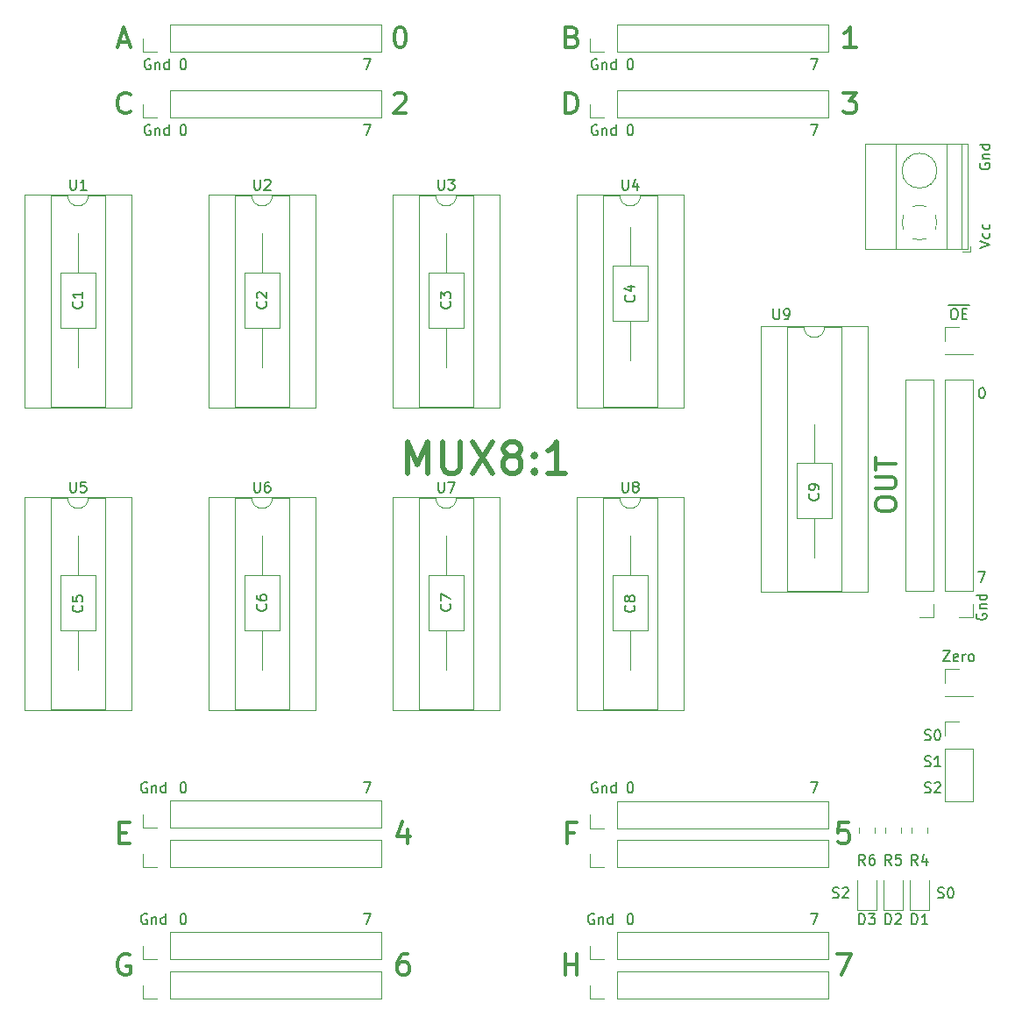
<source format=gbr>
%TF.GenerationSoftware,KiCad,Pcbnew,(5.1.8)-1*%
%TF.CreationDate,2023-02-18T01:15:33+03:00*%
%TF.ProjectId,MUX8x1-v5,4d555838-7831-42d7-9635-2e6b69636164,rev?*%
%TF.SameCoordinates,Original*%
%TF.FileFunction,Legend,Top*%
%TF.FilePolarity,Positive*%
%FSLAX46Y46*%
G04 Gerber Fmt 4.6, Leading zero omitted, Abs format (unit mm)*
G04 Created by KiCad (PCBNEW (5.1.8)-1) date 2023-02-18 01:15:33*
%MOMM*%
%LPD*%
G01*
G04 APERTURE LIST*
%ADD10C,0.500000*%
%ADD11C,0.300000*%
%ADD12C,0.150000*%
%ADD13C,0.120000*%
G04 APERTURE END LIST*
D10*
X97838571Y-83907142D02*
X97838571Y-80907142D01*
X98838571Y-83050000D01*
X99838571Y-80907142D01*
X99838571Y-83907142D01*
X101267142Y-80907142D02*
X101267142Y-83335714D01*
X101410000Y-83621428D01*
X101552857Y-83764285D01*
X101838571Y-83907142D01*
X102410000Y-83907142D01*
X102695714Y-83764285D01*
X102838571Y-83621428D01*
X102981428Y-83335714D01*
X102981428Y-80907142D01*
X104124285Y-80907142D02*
X106124285Y-83907142D01*
X106124285Y-80907142D02*
X104124285Y-83907142D01*
X107695714Y-82192857D02*
X107410000Y-82050000D01*
X107267142Y-81907142D01*
X107124285Y-81621428D01*
X107124285Y-81478571D01*
X107267142Y-81192857D01*
X107410000Y-81050000D01*
X107695714Y-80907142D01*
X108267142Y-80907142D01*
X108552857Y-81050000D01*
X108695714Y-81192857D01*
X108838571Y-81478571D01*
X108838571Y-81621428D01*
X108695714Y-81907142D01*
X108552857Y-82050000D01*
X108267142Y-82192857D01*
X107695714Y-82192857D01*
X107410000Y-82335714D01*
X107267142Y-82478571D01*
X107124285Y-82764285D01*
X107124285Y-83335714D01*
X107267142Y-83621428D01*
X107410000Y-83764285D01*
X107695714Y-83907142D01*
X108267142Y-83907142D01*
X108552857Y-83764285D01*
X108695714Y-83621428D01*
X108838571Y-83335714D01*
X108838571Y-82764285D01*
X108695714Y-82478571D01*
X108552857Y-82335714D01*
X108267142Y-82192857D01*
X110124285Y-83621428D02*
X110267142Y-83764285D01*
X110124285Y-83907142D01*
X109981428Y-83764285D01*
X110124285Y-83621428D01*
X110124285Y-83907142D01*
X110124285Y-82050000D02*
X110267142Y-82192857D01*
X110124285Y-82335714D01*
X109981428Y-82192857D01*
X110124285Y-82050000D01*
X110124285Y-82335714D01*
X113124285Y-83907142D02*
X111410000Y-83907142D01*
X112267142Y-83907142D02*
X112267142Y-80907142D01*
X111981428Y-81335714D01*
X111695714Y-81621428D01*
X111410000Y-81764285D01*
D11*
X143049761Y-87090000D02*
X143049761Y-86709047D01*
X143145000Y-86518571D01*
X143335476Y-86328095D01*
X143716428Y-86232857D01*
X144383095Y-86232857D01*
X144764047Y-86328095D01*
X144954523Y-86518571D01*
X145049761Y-86709047D01*
X145049761Y-87090000D01*
X144954523Y-87280476D01*
X144764047Y-87470952D01*
X144383095Y-87566190D01*
X143716428Y-87566190D01*
X143335476Y-87470952D01*
X143145000Y-87280476D01*
X143049761Y-87090000D01*
X143049761Y-85375714D02*
X144668809Y-85375714D01*
X144859285Y-85280476D01*
X144954523Y-85185238D01*
X145049761Y-84994761D01*
X145049761Y-84613809D01*
X144954523Y-84423333D01*
X144859285Y-84328095D01*
X144668809Y-84232857D01*
X143049761Y-84232857D01*
X143049761Y-83566190D02*
X143049761Y-82423333D01*
X145049761Y-82994761D02*
X143049761Y-82994761D01*
D12*
X116197142Y-50300000D02*
X116101904Y-50252380D01*
X115959047Y-50252380D01*
X115816190Y-50300000D01*
X115720952Y-50395238D01*
X115673333Y-50490476D01*
X115625714Y-50680952D01*
X115625714Y-50823809D01*
X115673333Y-51014285D01*
X115720952Y-51109523D01*
X115816190Y-51204761D01*
X115959047Y-51252380D01*
X116054285Y-51252380D01*
X116197142Y-51204761D01*
X116244761Y-51157142D01*
X116244761Y-50823809D01*
X116054285Y-50823809D01*
X116673333Y-50585714D02*
X116673333Y-51252380D01*
X116673333Y-50680952D02*
X116720952Y-50633333D01*
X116816190Y-50585714D01*
X116959047Y-50585714D01*
X117054285Y-50633333D01*
X117101904Y-50728571D01*
X117101904Y-51252380D01*
X118006666Y-51252380D02*
X118006666Y-50252380D01*
X118006666Y-51204761D02*
X117911428Y-51252380D01*
X117720952Y-51252380D01*
X117625714Y-51204761D01*
X117578095Y-51157142D01*
X117530476Y-51061904D01*
X117530476Y-50776190D01*
X117578095Y-50680952D01*
X117625714Y-50633333D01*
X117720952Y-50585714D01*
X117911428Y-50585714D01*
X118006666Y-50633333D01*
X116197142Y-43950000D02*
X116101904Y-43902380D01*
X115959047Y-43902380D01*
X115816190Y-43950000D01*
X115720952Y-44045238D01*
X115673333Y-44140476D01*
X115625714Y-44330952D01*
X115625714Y-44473809D01*
X115673333Y-44664285D01*
X115720952Y-44759523D01*
X115816190Y-44854761D01*
X115959047Y-44902380D01*
X116054285Y-44902380D01*
X116197142Y-44854761D01*
X116244761Y-44807142D01*
X116244761Y-44473809D01*
X116054285Y-44473809D01*
X116673333Y-44235714D02*
X116673333Y-44902380D01*
X116673333Y-44330952D02*
X116720952Y-44283333D01*
X116816190Y-44235714D01*
X116959047Y-44235714D01*
X117054285Y-44283333D01*
X117101904Y-44378571D01*
X117101904Y-44902380D01*
X118006666Y-44902380D02*
X118006666Y-43902380D01*
X118006666Y-44854761D02*
X117911428Y-44902380D01*
X117720952Y-44902380D01*
X117625714Y-44854761D01*
X117578095Y-44807142D01*
X117530476Y-44711904D01*
X117530476Y-44426190D01*
X117578095Y-44330952D01*
X117625714Y-44283333D01*
X117720952Y-44235714D01*
X117911428Y-44235714D01*
X118006666Y-44283333D01*
X73017142Y-50300000D02*
X72921904Y-50252380D01*
X72779047Y-50252380D01*
X72636190Y-50300000D01*
X72540952Y-50395238D01*
X72493333Y-50490476D01*
X72445714Y-50680952D01*
X72445714Y-50823809D01*
X72493333Y-51014285D01*
X72540952Y-51109523D01*
X72636190Y-51204761D01*
X72779047Y-51252380D01*
X72874285Y-51252380D01*
X73017142Y-51204761D01*
X73064761Y-51157142D01*
X73064761Y-50823809D01*
X72874285Y-50823809D01*
X73493333Y-50585714D02*
X73493333Y-51252380D01*
X73493333Y-50680952D02*
X73540952Y-50633333D01*
X73636190Y-50585714D01*
X73779047Y-50585714D01*
X73874285Y-50633333D01*
X73921904Y-50728571D01*
X73921904Y-51252380D01*
X74826666Y-51252380D02*
X74826666Y-50252380D01*
X74826666Y-51204761D02*
X74731428Y-51252380D01*
X74540952Y-51252380D01*
X74445714Y-51204761D01*
X74398095Y-51157142D01*
X74350476Y-51061904D01*
X74350476Y-50776190D01*
X74398095Y-50680952D01*
X74445714Y-50633333D01*
X74540952Y-50585714D01*
X74731428Y-50585714D01*
X74826666Y-50633333D01*
X73017142Y-43950000D02*
X72921904Y-43902380D01*
X72779047Y-43902380D01*
X72636190Y-43950000D01*
X72540952Y-44045238D01*
X72493333Y-44140476D01*
X72445714Y-44330952D01*
X72445714Y-44473809D01*
X72493333Y-44664285D01*
X72540952Y-44759523D01*
X72636190Y-44854761D01*
X72779047Y-44902380D01*
X72874285Y-44902380D01*
X73017142Y-44854761D01*
X73064761Y-44807142D01*
X73064761Y-44473809D01*
X72874285Y-44473809D01*
X73493333Y-44235714D02*
X73493333Y-44902380D01*
X73493333Y-44330952D02*
X73540952Y-44283333D01*
X73636190Y-44235714D01*
X73779047Y-44235714D01*
X73874285Y-44283333D01*
X73921904Y-44378571D01*
X73921904Y-44902380D01*
X74826666Y-44902380D02*
X74826666Y-43902380D01*
X74826666Y-44854761D02*
X74731428Y-44902380D01*
X74540952Y-44902380D01*
X74445714Y-44854761D01*
X74398095Y-44807142D01*
X74350476Y-44711904D01*
X74350476Y-44426190D01*
X74398095Y-44330952D01*
X74445714Y-44283333D01*
X74540952Y-44235714D01*
X74731428Y-44235714D01*
X74826666Y-44283333D01*
X72699642Y-113800000D02*
X72604404Y-113752380D01*
X72461547Y-113752380D01*
X72318690Y-113800000D01*
X72223452Y-113895238D01*
X72175833Y-113990476D01*
X72128214Y-114180952D01*
X72128214Y-114323809D01*
X72175833Y-114514285D01*
X72223452Y-114609523D01*
X72318690Y-114704761D01*
X72461547Y-114752380D01*
X72556785Y-114752380D01*
X72699642Y-114704761D01*
X72747261Y-114657142D01*
X72747261Y-114323809D01*
X72556785Y-114323809D01*
X73175833Y-114085714D02*
X73175833Y-114752380D01*
X73175833Y-114180952D02*
X73223452Y-114133333D01*
X73318690Y-114085714D01*
X73461547Y-114085714D01*
X73556785Y-114133333D01*
X73604404Y-114228571D01*
X73604404Y-114752380D01*
X74509166Y-114752380D02*
X74509166Y-113752380D01*
X74509166Y-114704761D02*
X74413928Y-114752380D01*
X74223452Y-114752380D01*
X74128214Y-114704761D01*
X74080595Y-114657142D01*
X74032976Y-114561904D01*
X74032976Y-114276190D01*
X74080595Y-114180952D01*
X74128214Y-114133333D01*
X74223452Y-114085714D01*
X74413928Y-114085714D01*
X74509166Y-114133333D01*
X72699642Y-126500000D02*
X72604404Y-126452380D01*
X72461547Y-126452380D01*
X72318690Y-126500000D01*
X72223452Y-126595238D01*
X72175833Y-126690476D01*
X72128214Y-126880952D01*
X72128214Y-127023809D01*
X72175833Y-127214285D01*
X72223452Y-127309523D01*
X72318690Y-127404761D01*
X72461547Y-127452380D01*
X72556785Y-127452380D01*
X72699642Y-127404761D01*
X72747261Y-127357142D01*
X72747261Y-127023809D01*
X72556785Y-127023809D01*
X73175833Y-126785714D02*
X73175833Y-127452380D01*
X73175833Y-126880952D02*
X73223452Y-126833333D01*
X73318690Y-126785714D01*
X73461547Y-126785714D01*
X73556785Y-126833333D01*
X73604404Y-126928571D01*
X73604404Y-127452380D01*
X74509166Y-127452380D02*
X74509166Y-126452380D01*
X74509166Y-127404761D02*
X74413928Y-127452380D01*
X74223452Y-127452380D01*
X74128214Y-127404761D01*
X74080595Y-127357142D01*
X74032976Y-127261904D01*
X74032976Y-126976190D01*
X74080595Y-126880952D01*
X74128214Y-126833333D01*
X74223452Y-126785714D01*
X74413928Y-126785714D01*
X74509166Y-126833333D01*
X115879642Y-126500000D02*
X115784404Y-126452380D01*
X115641547Y-126452380D01*
X115498690Y-126500000D01*
X115403452Y-126595238D01*
X115355833Y-126690476D01*
X115308214Y-126880952D01*
X115308214Y-127023809D01*
X115355833Y-127214285D01*
X115403452Y-127309523D01*
X115498690Y-127404761D01*
X115641547Y-127452380D01*
X115736785Y-127452380D01*
X115879642Y-127404761D01*
X115927261Y-127357142D01*
X115927261Y-127023809D01*
X115736785Y-127023809D01*
X116355833Y-126785714D02*
X116355833Y-127452380D01*
X116355833Y-126880952D02*
X116403452Y-126833333D01*
X116498690Y-126785714D01*
X116641547Y-126785714D01*
X116736785Y-126833333D01*
X116784404Y-126928571D01*
X116784404Y-127452380D01*
X117689166Y-127452380D02*
X117689166Y-126452380D01*
X117689166Y-127404761D02*
X117593928Y-127452380D01*
X117403452Y-127452380D01*
X117308214Y-127404761D01*
X117260595Y-127357142D01*
X117212976Y-127261904D01*
X117212976Y-126976190D01*
X117260595Y-126880952D01*
X117308214Y-126833333D01*
X117403452Y-126785714D01*
X117593928Y-126785714D01*
X117689166Y-126833333D01*
X116197142Y-113800000D02*
X116101904Y-113752380D01*
X115959047Y-113752380D01*
X115816190Y-113800000D01*
X115720952Y-113895238D01*
X115673333Y-113990476D01*
X115625714Y-114180952D01*
X115625714Y-114323809D01*
X115673333Y-114514285D01*
X115720952Y-114609523D01*
X115816190Y-114704761D01*
X115959047Y-114752380D01*
X116054285Y-114752380D01*
X116197142Y-114704761D01*
X116244761Y-114657142D01*
X116244761Y-114323809D01*
X116054285Y-114323809D01*
X116673333Y-114085714D02*
X116673333Y-114752380D01*
X116673333Y-114180952D02*
X116720952Y-114133333D01*
X116816190Y-114085714D01*
X116959047Y-114085714D01*
X117054285Y-114133333D01*
X117101904Y-114228571D01*
X117101904Y-114752380D01*
X118006666Y-114752380D02*
X118006666Y-113752380D01*
X118006666Y-114704761D02*
X117911428Y-114752380D01*
X117720952Y-114752380D01*
X117625714Y-114704761D01*
X117578095Y-114657142D01*
X117530476Y-114561904D01*
X117530476Y-114276190D01*
X117578095Y-114180952D01*
X117625714Y-114133333D01*
X117720952Y-114085714D01*
X117911428Y-114085714D01*
X118006666Y-114133333D01*
X152852500Y-97480357D02*
X152804880Y-97575595D01*
X152804880Y-97718452D01*
X152852500Y-97861309D01*
X152947738Y-97956547D01*
X153042976Y-98004166D01*
X153233452Y-98051785D01*
X153376309Y-98051785D01*
X153566785Y-98004166D01*
X153662023Y-97956547D01*
X153757261Y-97861309D01*
X153804880Y-97718452D01*
X153804880Y-97623214D01*
X153757261Y-97480357D01*
X153709642Y-97432738D01*
X153376309Y-97432738D01*
X153376309Y-97623214D01*
X153138214Y-97004166D02*
X153804880Y-97004166D01*
X153233452Y-97004166D02*
X153185833Y-96956547D01*
X153138214Y-96861309D01*
X153138214Y-96718452D01*
X153185833Y-96623214D01*
X153281071Y-96575595D01*
X153804880Y-96575595D01*
X153804880Y-95670833D02*
X152804880Y-95670833D01*
X153757261Y-95670833D02*
X153804880Y-95766071D01*
X153804880Y-95956547D01*
X153757261Y-96051785D01*
X153709642Y-96099404D01*
X153614404Y-96147023D01*
X153328690Y-96147023D01*
X153233452Y-96099404D01*
X153185833Y-96051785D01*
X153138214Y-95956547D01*
X153138214Y-95766071D01*
X153185833Y-95670833D01*
X153019166Y-93432380D02*
X153685833Y-93432380D01*
X153257261Y-94432380D01*
X153304880Y-75652380D02*
X153400119Y-75652380D01*
X153495357Y-75700000D01*
X153542976Y-75747619D01*
X153590595Y-75842857D01*
X153638214Y-76033333D01*
X153638214Y-76271428D01*
X153590595Y-76461904D01*
X153542976Y-76557142D01*
X153495357Y-76604761D01*
X153400119Y-76652380D01*
X153304880Y-76652380D01*
X153209642Y-76604761D01*
X153162023Y-76557142D01*
X153114404Y-76461904D01*
X153066785Y-76271428D01*
X153066785Y-76033333D01*
X153114404Y-75842857D01*
X153162023Y-75747619D01*
X153209642Y-75700000D01*
X153304880Y-75652380D01*
D11*
X139350833Y-130349761D02*
X140684166Y-130349761D01*
X139827023Y-132349761D01*
X140493690Y-117649761D02*
X139541309Y-117649761D01*
X139446071Y-118602142D01*
X139541309Y-118506904D01*
X139731785Y-118411666D01*
X140207976Y-118411666D01*
X140398452Y-118506904D01*
X140493690Y-118602142D01*
X140588928Y-118792619D01*
X140588928Y-119268809D01*
X140493690Y-119459285D01*
X140398452Y-119554523D01*
X140207976Y-119649761D01*
X139731785Y-119649761D01*
X139541309Y-119554523D01*
X139446071Y-119459285D01*
X97853452Y-130349761D02*
X97472500Y-130349761D01*
X97282023Y-130445000D01*
X97186785Y-130540238D01*
X96996309Y-130825952D01*
X96901071Y-131206904D01*
X96901071Y-131968809D01*
X96996309Y-132159285D01*
X97091547Y-132254523D01*
X97282023Y-132349761D01*
X97662976Y-132349761D01*
X97853452Y-132254523D01*
X97948690Y-132159285D01*
X98043928Y-131968809D01*
X98043928Y-131492619D01*
X97948690Y-131302142D01*
X97853452Y-131206904D01*
X97662976Y-131111666D01*
X97282023Y-131111666D01*
X97091547Y-131206904D01*
X96996309Y-131302142D01*
X96901071Y-131492619D01*
X97853452Y-118316428D02*
X97853452Y-119649761D01*
X97377261Y-117554523D02*
X96901071Y-118983095D01*
X98139166Y-118983095D01*
X139985833Y-47164761D02*
X141223928Y-47164761D01*
X140557261Y-47926666D01*
X140842976Y-47926666D01*
X141033452Y-48021904D01*
X141128690Y-48117142D01*
X141223928Y-48307619D01*
X141223928Y-48783809D01*
X141128690Y-48974285D01*
X141033452Y-49069523D01*
X140842976Y-49164761D01*
X140271547Y-49164761D01*
X140081071Y-49069523D01*
X139985833Y-48974285D01*
X141223928Y-42814761D02*
X140081071Y-42814761D01*
X140652500Y-42814761D02*
X140652500Y-40814761D01*
X140462023Y-41100476D01*
X140271547Y-41290952D01*
X140081071Y-41386190D01*
X96583571Y-47355238D02*
X96678809Y-47260000D01*
X96869285Y-47164761D01*
X97345476Y-47164761D01*
X97535952Y-47260000D01*
X97631190Y-47355238D01*
X97726428Y-47545714D01*
X97726428Y-47736190D01*
X97631190Y-48021904D01*
X96488333Y-49164761D01*
X97726428Y-49164761D01*
X97059761Y-40814761D02*
X97250238Y-40814761D01*
X97440714Y-40910000D01*
X97535952Y-41005238D01*
X97631190Y-41195714D01*
X97726428Y-41576666D01*
X97726428Y-42052857D01*
X97631190Y-42433809D01*
X97535952Y-42624285D01*
X97440714Y-42719523D01*
X97250238Y-42814761D01*
X97059761Y-42814761D01*
X96869285Y-42719523D01*
X96774047Y-42624285D01*
X96678809Y-42433809D01*
X96583571Y-42052857D01*
X96583571Y-41576666D01*
X96678809Y-41195714D01*
X96774047Y-41005238D01*
X96869285Y-40910000D01*
X97059761Y-40814761D01*
D12*
X138938095Y-124864761D02*
X139080952Y-124912380D01*
X139319047Y-124912380D01*
X139414285Y-124864761D01*
X139461904Y-124817142D01*
X139509523Y-124721904D01*
X139509523Y-124626666D01*
X139461904Y-124531428D01*
X139414285Y-124483809D01*
X139319047Y-124436190D01*
X139128571Y-124388571D01*
X139033333Y-124340952D01*
X138985714Y-124293333D01*
X138938095Y-124198095D01*
X138938095Y-124102857D01*
X138985714Y-124007619D01*
X139033333Y-123960000D01*
X139128571Y-123912380D01*
X139366666Y-123912380D01*
X139509523Y-123960000D01*
X139890476Y-124007619D02*
X139938095Y-123960000D01*
X140033333Y-123912380D01*
X140271428Y-123912380D01*
X140366666Y-123960000D01*
X140414285Y-124007619D01*
X140461904Y-124102857D01*
X140461904Y-124198095D01*
X140414285Y-124340952D01*
X139842857Y-124912380D01*
X140461904Y-124912380D01*
X149098095Y-124864761D02*
X149240952Y-124912380D01*
X149479047Y-124912380D01*
X149574285Y-124864761D01*
X149621904Y-124817142D01*
X149669523Y-124721904D01*
X149669523Y-124626666D01*
X149621904Y-124531428D01*
X149574285Y-124483809D01*
X149479047Y-124436190D01*
X149288571Y-124388571D01*
X149193333Y-124340952D01*
X149145714Y-124293333D01*
X149098095Y-124198095D01*
X149098095Y-124102857D01*
X149145714Y-124007619D01*
X149193333Y-123960000D01*
X149288571Y-123912380D01*
X149526666Y-123912380D01*
X149669523Y-123960000D01*
X150288571Y-123912380D02*
X150383809Y-123912380D01*
X150479047Y-123960000D01*
X150526666Y-124007619D01*
X150574285Y-124102857D01*
X150621904Y-124293333D01*
X150621904Y-124531428D01*
X150574285Y-124721904D01*
X150526666Y-124817142D01*
X150479047Y-124864761D01*
X150383809Y-124912380D01*
X150288571Y-124912380D01*
X150193333Y-124864761D01*
X150145714Y-124817142D01*
X150098095Y-124721904D01*
X150050476Y-124531428D01*
X150050476Y-124293333D01*
X150098095Y-124102857D01*
X150145714Y-124007619D01*
X150193333Y-123960000D01*
X150288571Y-123912380D01*
D11*
X113141190Y-49164761D02*
X113141190Y-47164761D01*
X113617380Y-47164761D01*
X113903095Y-47260000D01*
X114093571Y-47450476D01*
X114188809Y-47640952D01*
X114284047Y-48021904D01*
X114284047Y-48307619D01*
X114188809Y-48688571D01*
X114093571Y-48879047D01*
X113903095Y-49069523D01*
X113617380Y-49164761D01*
X113141190Y-49164761D01*
X71104047Y-48974285D02*
X71008809Y-49069523D01*
X70723095Y-49164761D01*
X70532619Y-49164761D01*
X70246904Y-49069523D01*
X70056428Y-48879047D01*
X69961190Y-48688571D01*
X69865952Y-48307619D01*
X69865952Y-48021904D01*
X69961190Y-47640952D01*
X70056428Y-47450476D01*
X70246904Y-47260000D01*
X70532619Y-47164761D01*
X70723095Y-47164761D01*
X71008809Y-47260000D01*
X71104047Y-47355238D01*
X70056428Y-118602142D02*
X70723095Y-118602142D01*
X71008809Y-119649761D02*
X70056428Y-119649761D01*
X70056428Y-117649761D01*
X71008809Y-117649761D01*
X113950714Y-118602142D02*
X113284047Y-118602142D01*
X113284047Y-119649761D02*
X113284047Y-117649761D01*
X114236428Y-117649761D01*
X113093571Y-132349761D02*
X113093571Y-130349761D01*
X113093571Y-131302142D02*
X114236428Y-131302142D01*
X114236428Y-132349761D02*
X114236428Y-130349761D01*
X71008809Y-130445000D02*
X70818333Y-130349761D01*
X70532619Y-130349761D01*
X70246904Y-130445000D01*
X70056428Y-130635476D01*
X69961190Y-130825952D01*
X69865952Y-131206904D01*
X69865952Y-131492619D01*
X69961190Y-131873571D01*
X70056428Y-132064047D01*
X70246904Y-132254523D01*
X70532619Y-132349761D01*
X70723095Y-132349761D01*
X71008809Y-132254523D01*
X71104047Y-132159285D01*
X71104047Y-131492619D01*
X70723095Y-131492619D01*
X113807857Y-41767142D02*
X114093571Y-41862380D01*
X114188809Y-41957619D01*
X114284047Y-42148095D01*
X114284047Y-42433809D01*
X114188809Y-42624285D01*
X114093571Y-42719523D01*
X113903095Y-42814761D01*
X113141190Y-42814761D01*
X113141190Y-40814761D01*
X113807857Y-40814761D01*
X113998333Y-40910000D01*
X114093571Y-41005238D01*
X114188809Y-41195714D01*
X114188809Y-41386190D01*
X114093571Y-41576666D01*
X113998333Y-41671904D01*
X113807857Y-41767142D01*
X113141190Y-41767142D01*
X70008809Y-42243333D02*
X70961190Y-42243333D01*
X69818333Y-42814761D02*
X70485000Y-40814761D01*
X71151666Y-42814761D01*
D12*
X76152380Y-43902380D02*
X76247619Y-43902380D01*
X76342857Y-43950000D01*
X76390476Y-43997619D01*
X76438095Y-44092857D01*
X76485714Y-44283333D01*
X76485714Y-44521428D01*
X76438095Y-44711904D01*
X76390476Y-44807142D01*
X76342857Y-44854761D01*
X76247619Y-44902380D01*
X76152380Y-44902380D01*
X76057142Y-44854761D01*
X76009523Y-44807142D01*
X75961904Y-44711904D01*
X75914285Y-44521428D01*
X75914285Y-44283333D01*
X75961904Y-44092857D01*
X76009523Y-43997619D01*
X76057142Y-43950000D01*
X76152380Y-43902380D01*
X93646666Y-43902380D02*
X94313333Y-43902380D01*
X93884761Y-44902380D01*
X119332380Y-43902380D02*
X119427619Y-43902380D01*
X119522857Y-43950000D01*
X119570476Y-43997619D01*
X119618095Y-44092857D01*
X119665714Y-44283333D01*
X119665714Y-44521428D01*
X119618095Y-44711904D01*
X119570476Y-44807142D01*
X119522857Y-44854761D01*
X119427619Y-44902380D01*
X119332380Y-44902380D01*
X119237142Y-44854761D01*
X119189523Y-44807142D01*
X119141904Y-44711904D01*
X119094285Y-44521428D01*
X119094285Y-44283333D01*
X119141904Y-44092857D01*
X119189523Y-43997619D01*
X119237142Y-43950000D01*
X119332380Y-43902380D01*
X136826666Y-43902380D02*
X137493333Y-43902380D01*
X137064761Y-44902380D01*
X76152380Y-126452380D02*
X76247619Y-126452380D01*
X76342857Y-126500000D01*
X76390476Y-126547619D01*
X76438095Y-126642857D01*
X76485714Y-126833333D01*
X76485714Y-127071428D01*
X76438095Y-127261904D01*
X76390476Y-127357142D01*
X76342857Y-127404761D01*
X76247619Y-127452380D01*
X76152380Y-127452380D01*
X76057142Y-127404761D01*
X76009523Y-127357142D01*
X75961904Y-127261904D01*
X75914285Y-127071428D01*
X75914285Y-126833333D01*
X75961904Y-126642857D01*
X76009523Y-126547619D01*
X76057142Y-126500000D01*
X76152380Y-126452380D01*
X93646666Y-126452380D02*
X94313333Y-126452380D01*
X93884761Y-127452380D01*
X119332380Y-126452380D02*
X119427619Y-126452380D01*
X119522857Y-126500000D01*
X119570476Y-126547619D01*
X119618095Y-126642857D01*
X119665714Y-126833333D01*
X119665714Y-127071428D01*
X119618095Y-127261904D01*
X119570476Y-127357142D01*
X119522857Y-127404761D01*
X119427619Y-127452380D01*
X119332380Y-127452380D01*
X119237142Y-127404761D01*
X119189523Y-127357142D01*
X119141904Y-127261904D01*
X119094285Y-127071428D01*
X119094285Y-126833333D01*
X119141904Y-126642857D01*
X119189523Y-126547619D01*
X119237142Y-126500000D01*
X119332380Y-126452380D01*
X136826666Y-126452380D02*
X137493333Y-126452380D01*
X137064761Y-127452380D01*
X119332380Y-113752380D02*
X119427619Y-113752380D01*
X119522857Y-113800000D01*
X119570476Y-113847619D01*
X119618095Y-113942857D01*
X119665714Y-114133333D01*
X119665714Y-114371428D01*
X119618095Y-114561904D01*
X119570476Y-114657142D01*
X119522857Y-114704761D01*
X119427619Y-114752380D01*
X119332380Y-114752380D01*
X119237142Y-114704761D01*
X119189523Y-114657142D01*
X119141904Y-114561904D01*
X119094285Y-114371428D01*
X119094285Y-114133333D01*
X119141904Y-113942857D01*
X119189523Y-113847619D01*
X119237142Y-113800000D01*
X119332380Y-113752380D01*
X136826666Y-113752380D02*
X137493333Y-113752380D01*
X137064761Y-114752380D01*
X76152380Y-113752380D02*
X76247619Y-113752380D01*
X76342857Y-113800000D01*
X76390476Y-113847619D01*
X76438095Y-113942857D01*
X76485714Y-114133333D01*
X76485714Y-114371428D01*
X76438095Y-114561904D01*
X76390476Y-114657142D01*
X76342857Y-114704761D01*
X76247619Y-114752380D01*
X76152380Y-114752380D01*
X76057142Y-114704761D01*
X76009523Y-114657142D01*
X75961904Y-114561904D01*
X75914285Y-114371428D01*
X75914285Y-114133333D01*
X75961904Y-113942857D01*
X76009523Y-113847619D01*
X76057142Y-113800000D01*
X76152380Y-113752380D01*
X93646666Y-113752380D02*
X94313333Y-113752380D01*
X93884761Y-114752380D01*
X76152380Y-50252380D02*
X76247619Y-50252380D01*
X76342857Y-50300000D01*
X76390476Y-50347619D01*
X76438095Y-50442857D01*
X76485714Y-50633333D01*
X76485714Y-50871428D01*
X76438095Y-51061904D01*
X76390476Y-51157142D01*
X76342857Y-51204761D01*
X76247619Y-51252380D01*
X76152380Y-51252380D01*
X76057142Y-51204761D01*
X76009523Y-51157142D01*
X75961904Y-51061904D01*
X75914285Y-50871428D01*
X75914285Y-50633333D01*
X75961904Y-50442857D01*
X76009523Y-50347619D01*
X76057142Y-50300000D01*
X76152380Y-50252380D01*
X93646666Y-50252380D02*
X94313333Y-50252380D01*
X93884761Y-51252380D01*
X136826666Y-50252380D02*
X137493333Y-50252380D01*
X137064761Y-51252380D01*
X119332380Y-50252380D02*
X119427619Y-50252380D01*
X119522857Y-50300000D01*
X119570476Y-50347619D01*
X119618095Y-50442857D01*
X119665714Y-50633333D01*
X119665714Y-50871428D01*
X119618095Y-51061904D01*
X119570476Y-51157142D01*
X119522857Y-51204761D01*
X119427619Y-51252380D01*
X119332380Y-51252380D01*
X119237142Y-51204761D01*
X119189523Y-51157142D01*
X119141904Y-51061904D01*
X119094285Y-50871428D01*
X119094285Y-50633333D01*
X119141904Y-50442857D01*
X119189523Y-50347619D01*
X119237142Y-50300000D01*
X119332380Y-50252380D01*
X149606190Y-101052380D02*
X150272857Y-101052380D01*
X149606190Y-102052380D01*
X150272857Y-102052380D01*
X151034761Y-102004761D02*
X150939523Y-102052380D01*
X150749047Y-102052380D01*
X150653809Y-102004761D01*
X150606190Y-101909523D01*
X150606190Y-101528571D01*
X150653809Y-101433333D01*
X150749047Y-101385714D01*
X150939523Y-101385714D01*
X151034761Y-101433333D01*
X151082380Y-101528571D01*
X151082380Y-101623809D01*
X150606190Y-101719047D01*
X151510952Y-102052380D02*
X151510952Y-101385714D01*
X151510952Y-101576190D02*
X151558571Y-101480952D01*
X151606190Y-101433333D01*
X151701428Y-101385714D01*
X151796666Y-101385714D01*
X152272857Y-102052380D02*
X152177619Y-102004761D01*
X152130000Y-101957142D01*
X152082380Y-101861904D01*
X152082380Y-101576190D01*
X152130000Y-101480952D01*
X152177619Y-101433333D01*
X152272857Y-101385714D01*
X152415714Y-101385714D01*
X152510952Y-101433333D01*
X152558571Y-101480952D01*
X152606190Y-101576190D01*
X152606190Y-101861904D01*
X152558571Y-101957142D01*
X152510952Y-102004761D01*
X152415714Y-102052380D01*
X152272857Y-102052380D01*
X150153809Y-67665000D02*
X151201428Y-67665000D01*
X150582380Y-68032380D02*
X150772857Y-68032380D01*
X150868095Y-68080000D01*
X150963333Y-68175238D01*
X151010952Y-68365714D01*
X151010952Y-68699047D01*
X150963333Y-68889523D01*
X150868095Y-68984761D01*
X150772857Y-69032380D01*
X150582380Y-69032380D01*
X150487142Y-68984761D01*
X150391904Y-68889523D01*
X150344285Y-68699047D01*
X150344285Y-68365714D01*
X150391904Y-68175238D01*
X150487142Y-68080000D01*
X150582380Y-68032380D01*
X151201428Y-67665000D02*
X152106190Y-67665000D01*
X151439523Y-68508571D02*
X151772857Y-68508571D01*
X151915714Y-69032380D02*
X151439523Y-69032380D01*
X151439523Y-68032380D01*
X151915714Y-68032380D01*
X153170000Y-53982857D02*
X153122380Y-54078095D01*
X153122380Y-54220952D01*
X153170000Y-54363809D01*
X153265238Y-54459047D01*
X153360476Y-54506666D01*
X153550952Y-54554285D01*
X153693809Y-54554285D01*
X153884285Y-54506666D01*
X153979523Y-54459047D01*
X154074761Y-54363809D01*
X154122380Y-54220952D01*
X154122380Y-54125714D01*
X154074761Y-53982857D01*
X154027142Y-53935238D01*
X153693809Y-53935238D01*
X153693809Y-54125714D01*
X153455714Y-53506666D02*
X154122380Y-53506666D01*
X153550952Y-53506666D02*
X153503333Y-53459047D01*
X153455714Y-53363809D01*
X153455714Y-53220952D01*
X153503333Y-53125714D01*
X153598571Y-53078095D01*
X154122380Y-53078095D01*
X154122380Y-52173333D02*
X153122380Y-52173333D01*
X154074761Y-52173333D02*
X154122380Y-52268571D01*
X154122380Y-52459047D01*
X154074761Y-52554285D01*
X154027142Y-52601904D01*
X153931904Y-52649523D01*
X153646190Y-52649523D01*
X153550952Y-52601904D01*
X153503333Y-52554285D01*
X153455714Y-52459047D01*
X153455714Y-52268571D01*
X153503333Y-52173333D01*
X153122380Y-62150476D02*
X154122380Y-61817142D01*
X153122380Y-61483809D01*
X154074761Y-60721904D02*
X154122380Y-60817142D01*
X154122380Y-61007619D01*
X154074761Y-61102857D01*
X154027142Y-61150476D01*
X153931904Y-61198095D01*
X153646190Y-61198095D01*
X153550952Y-61150476D01*
X153503333Y-61102857D01*
X153455714Y-61007619D01*
X153455714Y-60817142D01*
X153503333Y-60721904D01*
X154074761Y-59864761D02*
X154122380Y-59960000D01*
X154122380Y-60150476D01*
X154074761Y-60245714D01*
X154027142Y-60293333D01*
X153931904Y-60340952D01*
X153646190Y-60340952D01*
X153550952Y-60293333D01*
X153503333Y-60245714D01*
X153455714Y-60150476D01*
X153455714Y-59960000D01*
X153503333Y-59864761D01*
X147828095Y-114704761D02*
X147970952Y-114752380D01*
X148209047Y-114752380D01*
X148304285Y-114704761D01*
X148351904Y-114657142D01*
X148399523Y-114561904D01*
X148399523Y-114466666D01*
X148351904Y-114371428D01*
X148304285Y-114323809D01*
X148209047Y-114276190D01*
X148018571Y-114228571D01*
X147923333Y-114180952D01*
X147875714Y-114133333D01*
X147828095Y-114038095D01*
X147828095Y-113942857D01*
X147875714Y-113847619D01*
X147923333Y-113800000D01*
X148018571Y-113752380D01*
X148256666Y-113752380D01*
X148399523Y-113800000D01*
X148780476Y-113847619D02*
X148828095Y-113800000D01*
X148923333Y-113752380D01*
X149161428Y-113752380D01*
X149256666Y-113800000D01*
X149304285Y-113847619D01*
X149351904Y-113942857D01*
X149351904Y-114038095D01*
X149304285Y-114180952D01*
X148732857Y-114752380D01*
X149351904Y-114752380D01*
X147828095Y-112164761D02*
X147970952Y-112212380D01*
X148209047Y-112212380D01*
X148304285Y-112164761D01*
X148351904Y-112117142D01*
X148399523Y-112021904D01*
X148399523Y-111926666D01*
X148351904Y-111831428D01*
X148304285Y-111783809D01*
X148209047Y-111736190D01*
X148018571Y-111688571D01*
X147923333Y-111640952D01*
X147875714Y-111593333D01*
X147828095Y-111498095D01*
X147828095Y-111402857D01*
X147875714Y-111307619D01*
X147923333Y-111260000D01*
X148018571Y-111212380D01*
X148256666Y-111212380D01*
X148399523Y-111260000D01*
X149351904Y-112212380D02*
X148780476Y-112212380D01*
X149066190Y-112212380D02*
X149066190Y-111212380D01*
X148970952Y-111355238D01*
X148875714Y-111450476D01*
X148780476Y-111498095D01*
X147828095Y-109624761D02*
X147970952Y-109672380D01*
X148209047Y-109672380D01*
X148304285Y-109624761D01*
X148351904Y-109577142D01*
X148399523Y-109481904D01*
X148399523Y-109386666D01*
X148351904Y-109291428D01*
X148304285Y-109243809D01*
X148209047Y-109196190D01*
X148018571Y-109148571D01*
X147923333Y-109100952D01*
X147875714Y-109053333D01*
X147828095Y-108958095D01*
X147828095Y-108862857D01*
X147875714Y-108767619D01*
X147923333Y-108720000D01*
X148018571Y-108672380D01*
X148256666Y-108672380D01*
X148399523Y-108720000D01*
X149018571Y-108672380D02*
X149113809Y-108672380D01*
X149209047Y-108720000D01*
X149256666Y-108767619D01*
X149304285Y-108862857D01*
X149351904Y-109053333D01*
X149351904Y-109291428D01*
X149304285Y-109481904D01*
X149256666Y-109577142D01*
X149209047Y-109624761D01*
X149113809Y-109672380D01*
X149018571Y-109672380D01*
X148923333Y-109624761D01*
X148875714Y-109577142D01*
X148828095Y-109481904D01*
X148780476Y-109291428D01*
X148780476Y-109053333D01*
X148828095Y-108862857D01*
X148875714Y-108767619D01*
X148923333Y-108720000D01*
X149018571Y-108672380D01*
D13*
%TO.C,R6*%
X141505000Y-118607064D02*
X141505000Y-118152936D01*
X142975000Y-118607064D02*
X142975000Y-118152936D01*
%TO.C,R5*%
X144045000Y-118607064D02*
X144045000Y-118152936D01*
X145515000Y-118607064D02*
X145515000Y-118152936D01*
%TO.C,R4*%
X146585000Y-118607064D02*
X146585000Y-118152936D01*
X148055000Y-118607064D02*
X148055000Y-118152936D01*
%TO.C,D3*%
X141280000Y-123215000D02*
X141280000Y-126075000D01*
X141280000Y-126075000D02*
X143200000Y-126075000D01*
X143200000Y-126075000D02*
X143200000Y-123215000D01*
%TO.C,D2*%
X143820000Y-123215000D02*
X143820000Y-126075000D01*
X143820000Y-126075000D02*
X145740000Y-126075000D01*
X145740000Y-126075000D02*
X145740000Y-123215000D01*
%TO.C,D1*%
X146360000Y-123215000D02*
X146360000Y-126075000D01*
X146360000Y-126075000D02*
X148280000Y-126075000D01*
X148280000Y-126075000D02*
X148280000Y-123215000D01*
%TO.C,C9*%
X138830000Y-82935000D02*
X135490000Y-82935000D01*
X135490000Y-82935000D02*
X135490000Y-88275000D01*
X135490000Y-88275000D02*
X138830000Y-88275000D01*
X138830000Y-88275000D02*
X138830000Y-82935000D01*
X137160000Y-79145000D02*
X137160000Y-82935000D01*
X137160000Y-92065000D02*
X137160000Y-88275000D01*
%TO.C,U9*%
X142300000Y-69730000D02*
X132020000Y-69730000D01*
X142300000Y-95370000D02*
X142300000Y-69730000D01*
X132020000Y-95370000D02*
X142300000Y-95370000D01*
X132020000Y-69730000D02*
X132020000Y-95370000D01*
X139810000Y-69790000D02*
X138160000Y-69790000D01*
X139810000Y-95310000D02*
X139810000Y-69790000D01*
X134510000Y-95310000D02*
X139810000Y-95310000D01*
X134510000Y-69790000D02*
X134510000Y-95310000D01*
X136160000Y-69790000D02*
X134510000Y-69790000D01*
X138160000Y-69790000D02*
G75*
G02*
X136160000Y-69790000I-1000000J0D01*
G01*
%TO.C,J7*%
X149800000Y-69790000D02*
X151130000Y-69790000D01*
X149800000Y-71120000D02*
X149800000Y-69790000D01*
X149800000Y-72390000D02*
X152460000Y-72390000D01*
X152460000Y-72390000D02*
X152460000Y-72450000D01*
X149800000Y-72390000D02*
X149800000Y-72450000D01*
X149800000Y-72450000D02*
X152460000Y-72450000D01*
%TO.C,J3*%
X148650000Y-97850000D02*
X147320000Y-97850000D01*
X148650000Y-96520000D02*
X148650000Y-97850000D01*
X148650000Y-95250000D02*
X145990000Y-95250000D01*
X145990000Y-95250000D02*
X145990000Y-74870000D01*
X148650000Y-95250000D02*
X148650000Y-74870000D01*
X148650000Y-74870000D02*
X145990000Y-74870000D01*
%TO.C,J21*%
X152460000Y-74870000D02*
X149800000Y-74870000D01*
X152460000Y-95250000D02*
X152460000Y-74870000D01*
X149800000Y-95250000D02*
X149800000Y-74870000D01*
X152460000Y-95250000D02*
X149800000Y-95250000D01*
X152460000Y-96520000D02*
X152460000Y-97850000D01*
X152460000Y-97850000D02*
X151130000Y-97850000D01*
%TO.C,J18*%
X138490000Y-130870000D02*
X138490000Y-128210000D01*
X118110000Y-130870000D02*
X138490000Y-130870000D01*
X118110000Y-128210000D02*
X138490000Y-128210000D01*
X118110000Y-130870000D02*
X118110000Y-128210000D01*
X116840000Y-130870000D02*
X115510000Y-130870000D01*
X115510000Y-130870000D02*
X115510000Y-129540000D01*
%TO.C,J16*%
X138490000Y-134680000D02*
X138490000Y-132020000D01*
X118110000Y-134680000D02*
X138490000Y-134680000D01*
X118110000Y-132020000D02*
X138490000Y-132020000D01*
X118110000Y-134680000D02*
X118110000Y-132020000D01*
X116840000Y-134680000D02*
X115510000Y-134680000D01*
X115510000Y-134680000D02*
X115510000Y-133350000D01*
%TO.C,J15*%
X138490000Y-49590000D02*
X138490000Y-46930000D01*
X118110000Y-49590000D02*
X138490000Y-49590000D01*
X118110000Y-46930000D02*
X138490000Y-46930000D01*
X118110000Y-49590000D02*
X118110000Y-46930000D01*
X116840000Y-49590000D02*
X115510000Y-49590000D01*
X115510000Y-49590000D02*
X115510000Y-48260000D01*
%TO.C,J14*%
X95310000Y-134680000D02*
X95310000Y-132020000D01*
X74930000Y-134680000D02*
X95310000Y-134680000D01*
X74930000Y-132020000D02*
X95310000Y-132020000D01*
X74930000Y-134680000D02*
X74930000Y-132020000D01*
X73660000Y-134680000D02*
X72330000Y-134680000D01*
X72330000Y-134680000D02*
X72330000Y-133350000D01*
%TO.C,J12*%
X95310000Y-130870000D02*
X95310000Y-128210000D01*
X74930000Y-130870000D02*
X95310000Y-130870000D01*
X74930000Y-128210000D02*
X95310000Y-128210000D01*
X74930000Y-130870000D02*
X74930000Y-128210000D01*
X73660000Y-130870000D02*
X72330000Y-130870000D01*
X72330000Y-130870000D02*
X72330000Y-129540000D01*
%TO.C,J11*%
X95310000Y-49590000D02*
X95310000Y-46930000D01*
X74930000Y-49590000D02*
X95310000Y-49590000D01*
X74930000Y-46930000D02*
X95310000Y-46930000D01*
X74930000Y-49590000D02*
X74930000Y-46930000D01*
X73660000Y-49590000D02*
X72330000Y-49590000D01*
X72330000Y-49590000D02*
X72330000Y-48260000D01*
%TO.C,J8*%
X138490000Y-118210000D02*
X138490000Y-115550000D01*
X118110000Y-118210000D02*
X138490000Y-118210000D01*
X118110000Y-115550000D02*
X138490000Y-115550000D01*
X118110000Y-118210000D02*
X118110000Y-115550000D01*
X116840000Y-118210000D02*
X115510000Y-118210000D01*
X115510000Y-118210000D02*
X115510000Y-116880000D01*
%TO.C,J6*%
X138490000Y-121980000D02*
X138490000Y-119320000D01*
X118110000Y-121980000D02*
X138490000Y-121980000D01*
X118110000Y-119320000D02*
X138490000Y-119320000D01*
X118110000Y-121980000D02*
X118110000Y-119320000D01*
X116840000Y-121980000D02*
X115510000Y-121980000D01*
X115510000Y-121980000D02*
X115510000Y-120650000D01*
%TO.C,J5*%
X138490000Y-43240000D02*
X138490000Y-40580000D01*
X118110000Y-43240000D02*
X138490000Y-43240000D01*
X118110000Y-40580000D02*
X138490000Y-40580000D01*
X118110000Y-43240000D02*
X118110000Y-40580000D01*
X116840000Y-43240000D02*
X115510000Y-43240000D01*
X115510000Y-43240000D02*
X115510000Y-41910000D01*
%TO.C,J4*%
X95310000Y-118170000D02*
X95310000Y-115510000D01*
X74930000Y-118170000D02*
X95310000Y-118170000D01*
X74930000Y-115510000D02*
X95310000Y-115510000D01*
X74930000Y-118170000D02*
X74930000Y-115510000D01*
X73660000Y-118170000D02*
X72330000Y-118170000D01*
X72330000Y-118170000D02*
X72330000Y-116840000D01*
%TO.C,J2*%
X95310000Y-121980000D02*
X95310000Y-119320000D01*
X74930000Y-121980000D02*
X95310000Y-121980000D01*
X74930000Y-119320000D02*
X95310000Y-119320000D01*
X74930000Y-121980000D02*
X74930000Y-119320000D01*
X73660000Y-121980000D02*
X72330000Y-121980000D01*
X72330000Y-121980000D02*
X72330000Y-120650000D01*
%TO.C,J1*%
X95310000Y-43240000D02*
X95310000Y-40580000D01*
X74930000Y-43240000D02*
X95310000Y-43240000D01*
X74930000Y-40580000D02*
X95310000Y-40580000D01*
X74930000Y-43240000D02*
X74930000Y-40580000D01*
X73660000Y-43240000D02*
X72330000Y-43240000D01*
X72330000Y-43240000D02*
X72330000Y-41910000D01*
%TO.C,C8*%
X121050000Y-93730000D02*
X117710000Y-93730000D01*
X117710000Y-93730000D02*
X117710000Y-99070000D01*
X117710000Y-99070000D02*
X121050000Y-99070000D01*
X121050000Y-99070000D02*
X121050000Y-93730000D01*
X119380000Y-89940000D02*
X119380000Y-93730000D01*
X119380000Y-102860000D02*
X119380000Y-99070000D01*
%TO.C,C7*%
X103270000Y-93730000D02*
X99930000Y-93730000D01*
X99930000Y-93730000D02*
X99930000Y-99070000D01*
X99930000Y-99070000D02*
X103270000Y-99070000D01*
X103270000Y-99070000D02*
X103270000Y-93730000D01*
X101600000Y-89940000D02*
X101600000Y-93730000D01*
X101600000Y-102860000D02*
X101600000Y-99070000D01*
%TO.C,C6*%
X85490000Y-93730000D02*
X82150000Y-93730000D01*
X82150000Y-93730000D02*
X82150000Y-99070000D01*
X82150000Y-99070000D02*
X85490000Y-99070000D01*
X85490000Y-99070000D02*
X85490000Y-93730000D01*
X83820000Y-89940000D02*
X83820000Y-93730000D01*
X83820000Y-102860000D02*
X83820000Y-99070000D01*
%TO.C,C5*%
X67710000Y-93730000D02*
X64370000Y-93730000D01*
X64370000Y-93730000D02*
X64370000Y-99070000D01*
X64370000Y-99070000D02*
X67710000Y-99070000D01*
X67710000Y-99070000D02*
X67710000Y-93730000D01*
X66040000Y-89940000D02*
X66040000Y-93730000D01*
X66040000Y-102860000D02*
X66040000Y-99070000D01*
%TO.C,C4*%
X121050000Y-63885000D02*
X117710000Y-63885000D01*
X117710000Y-63885000D02*
X117710000Y-69225000D01*
X117710000Y-69225000D02*
X121050000Y-69225000D01*
X121050000Y-69225000D02*
X121050000Y-63885000D01*
X119380000Y-60095000D02*
X119380000Y-63885000D01*
X119380000Y-73015000D02*
X119380000Y-69225000D01*
%TO.C,C3*%
X103270000Y-64520000D02*
X99930000Y-64520000D01*
X99930000Y-64520000D02*
X99930000Y-69860000D01*
X99930000Y-69860000D02*
X103270000Y-69860000D01*
X103270000Y-69860000D02*
X103270000Y-64520000D01*
X101600000Y-60730000D02*
X101600000Y-64520000D01*
X101600000Y-73650000D02*
X101600000Y-69860000D01*
%TO.C,C2*%
X85490000Y-64520000D02*
X82150000Y-64520000D01*
X82150000Y-64520000D02*
X82150000Y-69860000D01*
X82150000Y-69860000D02*
X85490000Y-69860000D01*
X85490000Y-69860000D02*
X85490000Y-64520000D01*
X83820000Y-60730000D02*
X83820000Y-64520000D01*
X83820000Y-73650000D02*
X83820000Y-69860000D01*
%TO.C,C1*%
X67710000Y-64520000D02*
X64370000Y-64520000D01*
X64370000Y-64520000D02*
X64370000Y-69860000D01*
X64370000Y-69860000D02*
X67710000Y-69860000D01*
X67710000Y-69860000D02*
X67710000Y-64520000D01*
X66040000Y-60730000D02*
X66040000Y-64520000D01*
X66040000Y-73650000D02*
X66040000Y-69860000D01*
%TO.C,U8*%
X118380000Y-86300000D02*
X116730000Y-86300000D01*
X116730000Y-86300000D02*
X116730000Y-106740000D01*
X116730000Y-106740000D02*
X122030000Y-106740000D01*
X122030000Y-106740000D02*
X122030000Y-86300000D01*
X122030000Y-86300000D02*
X120380000Y-86300000D01*
X114240000Y-86240000D02*
X114240000Y-106800000D01*
X114240000Y-106800000D02*
X124520000Y-106800000D01*
X124520000Y-106800000D02*
X124520000Y-86240000D01*
X124520000Y-86240000D02*
X114240000Y-86240000D01*
X120380000Y-86300000D02*
G75*
G02*
X118380000Y-86300000I-1000000J0D01*
G01*
%TO.C,U7*%
X100600000Y-86300000D02*
X98950000Y-86300000D01*
X98950000Y-86300000D02*
X98950000Y-106740000D01*
X98950000Y-106740000D02*
X104250000Y-106740000D01*
X104250000Y-106740000D02*
X104250000Y-86300000D01*
X104250000Y-86300000D02*
X102600000Y-86300000D01*
X96460000Y-86240000D02*
X96460000Y-106800000D01*
X96460000Y-106800000D02*
X106740000Y-106800000D01*
X106740000Y-106800000D02*
X106740000Y-86240000D01*
X106740000Y-86240000D02*
X96460000Y-86240000D01*
X102600000Y-86300000D02*
G75*
G02*
X100600000Y-86300000I-1000000J0D01*
G01*
%TO.C,U6*%
X82820000Y-86300000D02*
X81170000Y-86300000D01*
X81170000Y-86300000D02*
X81170000Y-106740000D01*
X81170000Y-106740000D02*
X86470000Y-106740000D01*
X86470000Y-106740000D02*
X86470000Y-86300000D01*
X86470000Y-86300000D02*
X84820000Y-86300000D01*
X78680000Y-86240000D02*
X78680000Y-106800000D01*
X78680000Y-106800000D02*
X88960000Y-106800000D01*
X88960000Y-106800000D02*
X88960000Y-86240000D01*
X88960000Y-86240000D02*
X78680000Y-86240000D01*
X84820000Y-86300000D02*
G75*
G02*
X82820000Y-86300000I-1000000J0D01*
G01*
%TO.C,U5*%
X65040000Y-86300000D02*
X63390000Y-86300000D01*
X63390000Y-86300000D02*
X63390000Y-106740000D01*
X63390000Y-106740000D02*
X68690000Y-106740000D01*
X68690000Y-106740000D02*
X68690000Y-86300000D01*
X68690000Y-86300000D02*
X67040000Y-86300000D01*
X60900000Y-86240000D02*
X60900000Y-106800000D01*
X60900000Y-106800000D02*
X71180000Y-106800000D01*
X71180000Y-106800000D02*
X71180000Y-86240000D01*
X71180000Y-86240000D02*
X60900000Y-86240000D01*
X67040000Y-86300000D02*
G75*
G02*
X65040000Y-86300000I-1000000J0D01*
G01*
%TO.C,U4*%
X118380000Y-57090000D02*
X116730000Y-57090000D01*
X116730000Y-57090000D02*
X116730000Y-77530000D01*
X116730000Y-77530000D02*
X122030000Y-77530000D01*
X122030000Y-77530000D02*
X122030000Y-57090000D01*
X122030000Y-57090000D02*
X120380000Y-57090000D01*
X114240000Y-57030000D02*
X114240000Y-77590000D01*
X114240000Y-77590000D02*
X124520000Y-77590000D01*
X124520000Y-77590000D02*
X124520000Y-57030000D01*
X124520000Y-57030000D02*
X114240000Y-57030000D01*
X120380000Y-57090000D02*
G75*
G02*
X118380000Y-57090000I-1000000J0D01*
G01*
%TO.C,U3*%
X100600000Y-57090000D02*
X98950000Y-57090000D01*
X98950000Y-57090000D02*
X98950000Y-77530000D01*
X98950000Y-77530000D02*
X104250000Y-77530000D01*
X104250000Y-77530000D02*
X104250000Y-57090000D01*
X104250000Y-57090000D02*
X102600000Y-57090000D01*
X96460000Y-57030000D02*
X96460000Y-77590000D01*
X96460000Y-77590000D02*
X106740000Y-77590000D01*
X106740000Y-77590000D02*
X106740000Y-57030000D01*
X106740000Y-57030000D02*
X96460000Y-57030000D01*
X102600000Y-57090000D02*
G75*
G02*
X100600000Y-57090000I-1000000J0D01*
G01*
%TO.C,U2*%
X82820000Y-57090000D02*
X81170000Y-57090000D01*
X81170000Y-57090000D02*
X81170000Y-77530000D01*
X81170000Y-77530000D02*
X86470000Y-77530000D01*
X86470000Y-77530000D02*
X86470000Y-57090000D01*
X86470000Y-57090000D02*
X84820000Y-57090000D01*
X78680000Y-57030000D02*
X78680000Y-77590000D01*
X78680000Y-77590000D02*
X88960000Y-77590000D01*
X88960000Y-77590000D02*
X88960000Y-57030000D01*
X88960000Y-57030000D02*
X78680000Y-57030000D01*
X84820000Y-57090000D02*
G75*
G02*
X82820000Y-57090000I-1000000J0D01*
G01*
%TO.C,U1*%
X65040000Y-57090000D02*
X63390000Y-57090000D01*
X63390000Y-57090000D02*
X63390000Y-77530000D01*
X63390000Y-77530000D02*
X68690000Y-77530000D01*
X68690000Y-77530000D02*
X68690000Y-57090000D01*
X68690000Y-57090000D02*
X67040000Y-57090000D01*
X60900000Y-57030000D02*
X60900000Y-77590000D01*
X60900000Y-77590000D02*
X71180000Y-77590000D01*
X71180000Y-77590000D02*
X71180000Y-57030000D01*
X71180000Y-57030000D02*
X60900000Y-57030000D01*
X67040000Y-57090000D02*
G75*
G02*
X65040000Y-57090000I-1000000J0D01*
G01*
%TO.C,J20*%
X149800000Y-105470000D02*
X152460000Y-105470000D01*
X149800000Y-105410000D02*
X149800000Y-105470000D01*
X152460000Y-105410000D02*
X152460000Y-105470000D01*
X149800000Y-105410000D02*
X152460000Y-105410000D01*
X149800000Y-104140000D02*
X149800000Y-102810000D01*
X149800000Y-102810000D02*
X151130000Y-102810000D01*
%TO.C,J10*%
X149800000Y-115630000D02*
X152460000Y-115630000D01*
X149800000Y-110490000D02*
X149800000Y-115630000D01*
X152460000Y-110490000D02*
X152460000Y-115630000D01*
X149800000Y-110490000D02*
X152460000Y-110490000D01*
X149800000Y-109220000D02*
X149800000Y-107890000D01*
X149800000Y-107890000D02*
X151130000Y-107890000D01*
%TO.C,J9*%
X149000000Y-54690000D02*
G75*
G03*
X149000000Y-54690000I-1680000J0D01*
G01*
X151420000Y-62250000D02*
X151420000Y-52130000D01*
X149920000Y-62250000D02*
X149920000Y-52130000D01*
X145019000Y-62250000D02*
X145019000Y-52130000D01*
X142059000Y-62250000D02*
X142059000Y-52130000D01*
X151980000Y-62250000D02*
X151980000Y-52130000D01*
X142059000Y-62250000D02*
X151980000Y-62250000D01*
X142059000Y-52130000D02*
X151980000Y-52130000D01*
X146251000Y-53415000D02*
X146297000Y-53462000D01*
X148559000Y-55724000D02*
X148594000Y-55759000D01*
X146045000Y-53620000D02*
X146081000Y-53655000D01*
X148343000Y-55917000D02*
X148389000Y-55964000D01*
X151480000Y-62490000D02*
X152220000Y-62490000D01*
X152220000Y-62490000D02*
X152220000Y-61990000D01*
X149000253Y-59661195D02*
G75*
G02*
X148855000Y-60374000I-1680253J-28805D01*
G01*
X148003042Y-61225426D02*
G75*
G02*
X146636000Y-61225000I-683042J1535426D01*
G01*
X145784574Y-60373042D02*
G75*
G02*
X145785000Y-59006000I1535426J683042D01*
G01*
X146636958Y-58154574D02*
G75*
G02*
X148004000Y-58155000I683042J-1535426D01*
G01*
X148854756Y-59006682D02*
G75*
G02*
X149000000Y-59690000I-1534756J-683318D01*
G01*
%TO.C,R6*%
D12*
X142073333Y-121737380D02*
X141740000Y-121261190D01*
X141501904Y-121737380D02*
X141501904Y-120737380D01*
X141882857Y-120737380D01*
X141978095Y-120785000D01*
X142025714Y-120832619D01*
X142073333Y-120927857D01*
X142073333Y-121070714D01*
X142025714Y-121165952D01*
X141978095Y-121213571D01*
X141882857Y-121261190D01*
X141501904Y-121261190D01*
X142930476Y-120737380D02*
X142740000Y-120737380D01*
X142644761Y-120785000D01*
X142597142Y-120832619D01*
X142501904Y-120975476D01*
X142454285Y-121165952D01*
X142454285Y-121546904D01*
X142501904Y-121642142D01*
X142549523Y-121689761D01*
X142644761Y-121737380D01*
X142835238Y-121737380D01*
X142930476Y-121689761D01*
X142978095Y-121642142D01*
X143025714Y-121546904D01*
X143025714Y-121308809D01*
X142978095Y-121213571D01*
X142930476Y-121165952D01*
X142835238Y-121118333D01*
X142644761Y-121118333D01*
X142549523Y-121165952D01*
X142501904Y-121213571D01*
X142454285Y-121308809D01*
%TO.C,R5*%
X144613333Y-121737380D02*
X144280000Y-121261190D01*
X144041904Y-121737380D02*
X144041904Y-120737380D01*
X144422857Y-120737380D01*
X144518095Y-120785000D01*
X144565714Y-120832619D01*
X144613333Y-120927857D01*
X144613333Y-121070714D01*
X144565714Y-121165952D01*
X144518095Y-121213571D01*
X144422857Y-121261190D01*
X144041904Y-121261190D01*
X145518095Y-120737380D02*
X145041904Y-120737380D01*
X144994285Y-121213571D01*
X145041904Y-121165952D01*
X145137142Y-121118333D01*
X145375238Y-121118333D01*
X145470476Y-121165952D01*
X145518095Y-121213571D01*
X145565714Y-121308809D01*
X145565714Y-121546904D01*
X145518095Y-121642142D01*
X145470476Y-121689761D01*
X145375238Y-121737380D01*
X145137142Y-121737380D01*
X145041904Y-121689761D01*
X144994285Y-121642142D01*
%TO.C,R4*%
X147153333Y-121737380D02*
X146820000Y-121261190D01*
X146581904Y-121737380D02*
X146581904Y-120737380D01*
X146962857Y-120737380D01*
X147058095Y-120785000D01*
X147105714Y-120832619D01*
X147153333Y-120927857D01*
X147153333Y-121070714D01*
X147105714Y-121165952D01*
X147058095Y-121213571D01*
X146962857Y-121261190D01*
X146581904Y-121261190D01*
X148010476Y-121070714D02*
X148010476Y-121737380D01*
X147772380Y-120689761D02*
X147534285Y-121404047D01*
X148153333Y-121404047D01*
%TO.C,D3*%
X141501904Y-127452380D02*
X141501904Y-126452380D01*
X141740000Y-126452380D01*
X141882857Y-126500000D01*
X141978095Y-126595238D01*
X142025714Y-126690476D01*
X142073333Y-126880952D01*
X142073333Y-127023809D01*
X142025714Y-127214285D01*
X141978095Y-127309523D01*
X141882857Y-127404761D01*
X141740000Y-127452380D01*
X141501904Y-127452380D01*
X142406666Y-126452380D02*
X143025714Y-126452380D01*
X142692380Y-126833333D01*
X142835238Y-126833333D01*
X142930476Y-126880952D01*
X142978095Y-126928571D01*
X143025714Y-127023809D01*
X143025714Y-127261904D01*
X142978095Y-127357142D01*
X142930476Y-127404761D01*
X142835238Y-127452380D01*
X142549523Y-127452380D01*
X142454285Y-127404761D01*
X142406666Y-127357142D01*
%TO.C,D2*%
X144041904Y-127452380D02*
X144041904Y-126452380D01*
X144280000Y-126452380D01*
X144422857Y-126500000D01*
X144518095Y-126595238D01*
X144565714Y-126690476D01*
X144613333Y-126880952D01*
X144613333Y-127023809D01*
X144565714Y-127214285D01*
X144518095Y-127309523D01*
X144422857Y-127404761D01*
X144280000Y-127452380D01*
X144041904Y-127452380D01*
X144994285Y-126547619D02*
X145041904Y-126500000D01*
X145137142Y-126452380D01*
X145375238Y-126452380D01*
X145470476Y-126500000D01*
X145518095Y-126547619D01*
X145565714Y-126642857D01*
X145565714Y-126738095D01*
X145518095Y-126880952D01*
X144946666Y-127452380D01*
X145565714Y-127452380D01*
%TO.C,D1*%
X146581904Y-127452380D02*
X146581904Y-126452380D01*
X146820000Y-126452380D01*
X146962857Y-126500000D01*
X147058095Y-126595238D01*
X147105714Y-126690476D01*
X147153333Y-126880952D01*
X147153333Y-127023809D01*
X147105714Y-127214285D01*
X147058095Y-127309523D01*
X146962857Y-127404761D01*
X146820000Y-127452380D01*
X146581904Y-127452380D01*
X148105714Y-127452380D02*
X147534285Y-127452380D01*
X147820000Y-127452380D02*
X147820000Y-126452380D01*
X147724761Y-126595238D01*
X147629523Y-126690476D01*
X147534285Y-126738095D01*
%TO.C,C9*%
X137517142Y-85891666D02*
X137564761Y-85939285D01*
X137612380Y-86082142D01*
X137612380Y-86177380D01*
X137564761Y-86320238D01*
X137469523Y-86415476D01*
X137374285Y-86463095D01*
X137183809Y-86510714D01*
X137040952Y-86510714D01*
X136850476Y-86463095D01*
X136755238Y-86415476D01*
X136660000Y-86320238D01*
X136612380Y-86177380D01*
X136612380Y-86082142D01*
X136660000Y-85939285D01*
X136707619Y-85891666D01*
X137612380Y-85415476D02*
X137612380Y-85225000D01*
X137564761Y-85129761D01*
X137517142Y-85082142D01*
X137374285Y-84986904D01*
X137183809Y-84939285D01*
X136802857Y-84939285D01*
X136707619Y-84986904D01*
X136660000Y-85034523D01*
X136612380Y-85129761D01*
X136612380Y-85320238D01*
X136660000Y-85415476D01*
X136707619Y-85463095D01*
X136802857Y-85510714D01*
X137040952Y-85510714D01*
X137136190Y-85463095D01*
X137183809Y-85415476D01*
X137231428Y-85320238D01*
X137231428Y-85129761D01*
X137183809Y-85034523D01*
X137136190Y-84986904D01*
X137040952Y-84939285D01*
%TO.C,U9*%
X133223095Y-68032380D02*
X133223095Y-68841904D01*
X133270714Y-68937142D01*
X133318333Y-68984761D01*
X133413571Y-69032380D01*
X133604047Y-69032380D01*
X133699285Y-68984761D01*
X133746904Y-68937142D01*
X133794523Y-68841904D01*
X133794523Y-68032380D01*
X134318333Y-69032380D02*
X134508809Y-69032380D01*
X134604047Y-68984761D01*
X134651666Y-68937142D01*
X134746904Y-68794285D01*
X134794523Y-68603809D01*
X134794523Y-68222857D01*
X134746904Y-68127619D01*
X134699285Y-68080000D01*
X134604047Y-68032380D01*
X134413571Y-68032380D01*
X134318333Y-68080000D01*
X134270714Y-68127619D01*
X134223095Y-68222857D01*
X134223095Y-68460952D01*
X134270714Y-68556190D01*
X134318333Y-68603809D01*
X134413571Y-68651428D01*
X134604047Y-68651428D01*
X134699285Y-68603809D01*
X134746904Y-68556190D01*
X134794523Y-68460952D01*
%TO.C,C8*%
X119737142Y-96686666D02*
X119784761Y-96734285D01*
X119832380Y-96877142D01*
X119832380Y-96972380D01*
X119784761Y-97115238D01*
X119689523Y-97210476D01*
X119594285Y-97258095D01*
X119403809Y-97305714D01*
X119260952Y-97305714D01*
X119070476Y-97258095D01*
X118975238Y-97210476D01*
X118880000Y-97115238D01*
X118832380Y-96972380D01*
X118832380Y-96877142D01*
X118880000Y-96734285D01*
X118927619Y-96686666D01*
X119260952Y-96115238D02*
X119213333Y-96210476D01*
X119165714Y-96258095D01*
X119070476Y-96305714D01*
X119022857Y-96305714D01*
X118927619Y-96258095D01*
X118880000Y-96210476D01*
X118832380Y-96115238D01*
X118832380Y-95924761D01*
X118880000Y-95829523D01*
X118927619Y-95781904D01*
X119022857Y-95734285D01*
X119070476Y-95734285D01*
X119165714Y-95781904D01*
X119213333Y-95829523D01*
X119260952Y-95924761D01*
X119260952Y-96115238D01*
X119308571Y-96210476D01*
X119356190Y-96258095D01*
X119451428Y-96305714D01*
X119641904Y-96305714D01*
X119737142Y-96258095D01*
X119784761Y-96210476D01*
X119832380Y-96115238D01*
X119832380Y-95924761D01*
X119784761Y-95829523D01*
X119737142Y-95781904D01*
X119641904Y-95734285D01*
X119451428Y-95734285D01*
X119356190Y-95781904D01*
X119308571Y-95829523D01*
X119260952Y-95924761D01*
%TO.C,C7*%
X101957142Y-96566666D02*
X102004761Y-96614285D01*
X102052380Y-96757142D01*
X102052380Y-96852380D01*
X102004761Y-96995238D01*
X101909523Y-97090476D01*
X101814285Y-97138095D01*
X101623809Y-97185714D01*
X101480952Y-97185714D01*
X101290476Y-97138095D01*
X101195238Y-97090476D01*
X101100000Y-96995238D01*
X101052380Y-96852380D01*
X101052380Y-96757142D01*
X101100000Y-96614285D01*
X101147619Y-96566666D01*
X101052380Y-96233333D02*
X101052380Y-95566666D01*
X102052380Y-95995238D01*
%TO.C,C6*%
X84177142Y-96566666D02*
X84224761Y-96614285D01*
X84272380Y-96757142D01*
X84272380Y-96852380D01*
X84224761Y-96995238D01*
X84129523Y-97090476D01*
X84034285Y-97138095D01*
X83843809Y-97185714D01*
X83700952Y-97185714D01*
X83510476Y-97138095D01*
X83415238Y-97090476D01*
X83320000Y-96995238D01*
X83272380Y-96852380D01*
X83272380Y-96757142D01*
X83320000Y-96614285D01*
X83367619Y-96566666D01*
X83272380Y-95709523D02*
X83272380Y-95900000D01*
X83320000Y-95995238D01*
X83367619Y-96042857D01*
X83510476Y-96138095D01*
X83700952Y-96185714D01*
X84081904Y-96185714D01*
X84177142Y-96138095D01*
X84224761Y-96090476D01*
X84272380Y-95995238D01*
X84272380Y-95804761D01*
X84224761Y-95709523D01*
X84177142Y-95661904D01*
X84081904Y-95614285D01*
X83843809Y-95614285D01*
X83748571Y-95661904D01*
X83700952Y-95709523D01*
X83653333Y-95804761D01*
X83653333Y-95995238D01*
X83700952Y-96090476D01*
X83748571Y-96138095D01*
X83843809Y-96185714D01*
%TO.C,C5*%
X66397142Y-96686666D02*
X66444761Y-96734285D01*
X66492380Y-96877142D01*
X66492380Y-96972380D01*
X66444761Y-97115238D01*
X66349523Y-97210476D01*
X66254285Y-97258095D01*
X66063809Y-97305714D01*
X65920952Y-97305714D01*
X65730476Y-97258095D01*
X65635238Y-97210476D01*
X65540000Y-97115238D01*
X65492380Y-96972380D01*
X65492380Y-96877142D01*
X65540000Y-96734285D01*
X65587619Y-96686666D01*
X65492380Y-95781904D02*
X65492380Y-96258095D01*
X65968571Y-96305714D01*
X65920952Y-96258095D01*
X65873333Y-96162857D01*
X65873333Y-95924761D01*
X65920952Y-95829523D01*
X65968571Y-95781904D01*
X66063809Y-95734285D01*
X66301904Y-95734285D01*
X66397142Y-95781904D01*
X66444761Y-95829523D01*
X66492380Y-95924761D01*
X66492380Y-96162857D01*
X66444761Y-96258095D01*
X66397142Y-96305714D01*
%TO.C,C4*%
X119737142Y-66721666D02*
X119784761Y-66769285D01*
X119832380Y-66912142D01*
X119832380Y-67007380D01*
X119784761Y-67150238D01*
X119689523Y-67245476D01*
X119594285Y-67293095D01*
X119403809Y-67340714D01*
X119260952Y-67340714D01*
X119070476Y-67293095D01*
X118975238Y-67245476D01*
X118880000Y-67150238D01*
X118832380Y-67007380D01*
X118832380Y-66912142D01*
X118880000Y-66769285D01*
X118927619Y-66721666D01*
X119165714Y-65864523D02*
X119832380Y-65864523D01*
X118784761Y-66102619D02*
X119499047Y-66340714D01*
X119499047Y-65721666D01*
%TO.C,C3*%
X101957142Y-67356666D02*
X102004761Y-67404285D01*
X102052380Y-67547142D01*
X102052380Y-67642380D01*
X102004761Y-67785238D01*
X101909523Y-67880476D01*
X101814285Y-67928095D01*
X101623809Y-67975714D01*
X101480952Y-67975714D01*
X101290476Y-67928095D01*
X101195238Y-67880476D01*
X101100000Y-67785238D01*
X101052380Y-67642380D01*
X101052380Y-67547142D01*
X101100000Y-67404285D01*
X101147619Y-67356666D01*
X101052380Y-67023333D02*
X101052380Y-66404285D01*
X101433333Y-66737619D01*
X101433333Y-66594761D01*
X101480952Y-66499523D01*
X101528571Y-66451904D01*
X101623809Y-66404285D01*
X101861904Y-66404285D01*
X101957142Y-66451904D01*
X102004761Y-66499523D01*
X102052380Y-66594761D01*
X102052380Y-66880476D01*
X102004761Y-66975714D01*
X101957142Y-67023333D01*
%TO.C,C2*%
X84177142Y-67356666D02*
X84224761Y-67404285D01*
X84272380Y-67547142D01*
X84272380Y-67642380D01*
X84224761Y-67785238D01*
X84129523Y-67880476D01*
X84034285Y-67928095D01*
X83843809Y-67975714D01*
X83700952Y-67975714D01*
X83510476Y-67928095D01*
X83415238Y-67880476D01*
X83320000Y-67785238D01*
X83272380Y-67642380D01*
X83272380Y-67547142D01*
X83320000Y-67404285D01*
X83367619Y-67356666D01*
X83367619Y-66975714D02*
X83320000Y-66928095D01*
X83272380Y-66832857D01*
X83272380Y-66594761D01*
X83320000Y-66499523D01*
X83367619Y-66451904D01*
X83462857Y-66404285D01*
X83558095Y-66404285D01*
X83700952Y-66451904D01*
X84272380Y-67023333D01*
X84272380Y-66404285D01*
%TO.C,C1*%
X66397142Y-67356666D02*
X66444761Y-67404285D01*
X66492380Y-67547142D01*
X66492380Y-67642380D01*
X66444761Y-67785238D01*
X66349523Y-67880476D01*
X66254285Y-67928095D01*
X66063809Y-67975714D01*
X65920952Y-67975714D01*
X65730476Y-67928095D01*
X65635238Y-67880476D01*
X65540000Y-67785238D01*
X65492380Y-67642380D01*
X65492380Y-67547142D01*
X65540000Y-67404285D01*
X65587619Y-67356666D01*
X66492380Y-66404285D02*
X66492380Y-66975714D01*
X66492380Y-66690000D02*
X65492380Y-66690000D01*
X65635238Y-66785238D01*
X65730476Y-66880476D01*
X65778095Y-66975714D01*
%TO.C,U8*%
X118618095Y-84752380D02*
X118618095Y-85561904D01*
X118665714Y-85657142D01*
X118713333Y-85704761D01*
X118808571Y-85752380D01*
X118999047Y-85752380D01*
X119094285Y-85704761D01*
X119141904Y-85657142D01*
X119189523Y-85561904D01*
X119189523Y-84752380D01*
X119808571Y-85180952D02*
X119713333Y-85133333D01*
X119665714Y-85085714D01*
X119618095Y-84990476D01*
X119618095Y-84942857D01*
X119665714Y-84847619D01*
X119713333Y-84800000D01*
X119808571Y-84752380D01*
X119999047Y-84752380D01*
X120094285Y-84800000D01*
X120141904Y-84847619D01*
X120189523Y-84942857D01*
X120189523Y-84990476D01*
X120141904Y-85085714D01*
X120094285Y-85133333D01*
X119999047Y-85180952D01*
X119808571Y-85180952D01*
X119713333Y-85228571D01*
X119665714Y-85276190D01*
X119618095Y-85371428D01*
X119618095Y-85561904D01*
X119665714Y-85657142D01*
X119713333Y-85704761D01*
X119808571Y-85752380D01*
X119999047Y-85752380D01*
X120094285Y-85704761D01*
X120141904Y-85657142D01*
X120189523Y-85561904D01*
X120189523Y-85371428D01*
X120141904Y-85276190D01*
X120094285Y-85228571D01*
X119999047Y-85180952D01*
%TO.C,U7*%
X100838095Y-84752380D02*
X100838095Y-85561904D01*
X100885714Y-85657142D01*
X100933333Y-85704761D01*
X101028571Y-85752380D01*
X101219047Y-85752380D01*
X101314285Y-85704761D01*
X101361904Y-85657142D01*
X101409523Y-85561904D01*
X101409523Y-84752380D01*
X101790476Y-84752380D02*
X102457142Y-84752380D01*
X102028571Y-85752380D01*
%TO.C,U6*%
X83058095Y-84752380D02*
X83058095Y-85561904D01*
X83105714Y-85657142D01*
X83153333Y-85704761D01*
X83248571Y-85752380D01*
X83439047Y-85752380D01*
X83534285Y-85704761D01*
X83581904Y-85657142D01*
X83629523Y-85561904D01*
X83629523Y-84752380D01*
X84534285Y-84752380D02*
X84343809Y-84752380D01*
X84248571Y-84800000D01*
X84200952Y-84847619D01*
X84105714Y-84990476D01*
X84058095Y-85180952D01*
X84058095Y-85561904D01*
X84105714Y-85657142D01*
X84153333Y-85704761D01*
X84248571Y-85752380D01*
X84439047Y-85752380D01*
X84534285Y-85704761D01*
X84581904Y-85657142D01*
X84629523Y-85561904D01*
X84629523Y-85323809D01*
X84581904Y-85228571D01*
X84534285Y-85180952D01*
X84439047Y-85133333D01*
X84248571Y-85133333D01*
X84153333Y-85180952D01*
X84105714Y-85228571D01*
X84058095Y-85323809D01*
%TO.C,U5*%
X65278095Y-84752380D02*
X65278095Y-85561904D01*
X65325714Y-85657142D01*
X65373333Y-85704761D01*
X65468571Y-85752380D01*
X65659047Y-85752380D01*
X65754285Y-85704761D01*
X65801904Y-85657142D01*
X65849523Y-85561904D01*
X65849523Y-84752380D01*
X66801904Y-84752380D02*
X66325714Y-84752380D01*
X66278095Y-85228571D01*
X66325714Y-85180952D01*
X66420952Y-85133333D01*
X66659047Y-85133333D01*
X66754285Y-85180952D01*
X66801904Y-85228571D01*
X66849523Y-85323809D01*
X66849523Y-85561904D01*
X66801904Y-85657142D01*
X66754285Y-85704761D01*
X66659047Y-85752380D01*
X66420952Y-85752380D01*
X66325714Y-85704761D01*
X66278095Y-85657142D01*
%TO.C,U4*%
X118618095Y-55542380D02*
X118618095Y-56351904D01*
X118665714Y-56447142D01*
X118713333Y-56494761D01*
X118808571Y-56542380D01*
X118999047Y-56542380D01*
X119094285Y-56494761D01*
X119141904Y-56447142D01*
X119189523Y-56351904D01*
X119189523Y-55542380D01*
X120094285Y-55875714D02*
X120094285Y-56542380D01*
X119856190Y-55494761D02*
X119618095Y-56209047D01*
X120237142Y-56209047D01*
%TO.C,U3*%
X100838095Y-55542380D02*
X100838095Y-56351904D01*
X100885714Y-56447142D01*
X100933333Y-56494761D01*
X101028571Y-56542380D01*
X101219047Y-56542380D01*
X101314285Y-56494761D01*
X101361904Y-56447142D01*
X101409523Y-56351904D01*
X101409523Y-55542380D01*
X101790476Y-55542380D02*
X102409523Y-55542380D01*
X102076190Y-55923333D01*
X102219047Y-55923333D01*
X102314285Y-55970952D01*
X102361904Y-56018571D01*
X102409523Y-56113809D01*
X102409523Y-56351904D01*
X102361904Y-56447142D01*
X102314285Y-56494761D01*
X102219047Y-56542380D01*
X101933333Y-56542380D01*
X101838095Y-56494761D01*
X101790476Y-56447142D01*
%TO.C,U2*%
X83058095Y-55542380D02*
X83058095Y-56351904D01*
X83105714Y-56447142D01*
X83153333Y-56494761D01*
X83248571Y-56542380D01*
X83439047Y-56542380D01*
X83534285Y-56494761D01*
X83581904Y-56447142D01*
X83629523Y-56351904D01*
X83629523Y-55542380D01*
X84058095Y-55637619D02*
X84105714Y-55590000D01*
X84200952Y-55542380D01*
X84439047Y-55542380D01*
X84534285Y-55590000D01*
X84581904Y-55637619D01*
X84629523Y-55732857D01*
X84629523Y-55828095D01*
X84581904Y-55970952D01*
X84010476Y-56542380D01*
X84629523Y-56542380D01*
%TO.C,U1*%
X65278095Y-55542380D02*
X65278095Y-56351904D01*
X65325714Y-56447142D01*
X65373333Y-56494761D01*
X65468571Y-56542380D01*
X65659047Y-56542380D01*
X65754285Y-56494761D01*
X65801904Y-56447142D01*
X65849523Y-56351904D01*
X65849523Y-55542380D01*
X66849523Y-56542380D02*
X66278095Y-56542380D01*
X66563809Y-56542380D02*
X66563809Y-55542380D01*
X66468571Y-55685238D01*
X66373333Y-55780476D01*
X66278095Y-55828095D01*
%TD*%
M02*

</source>
